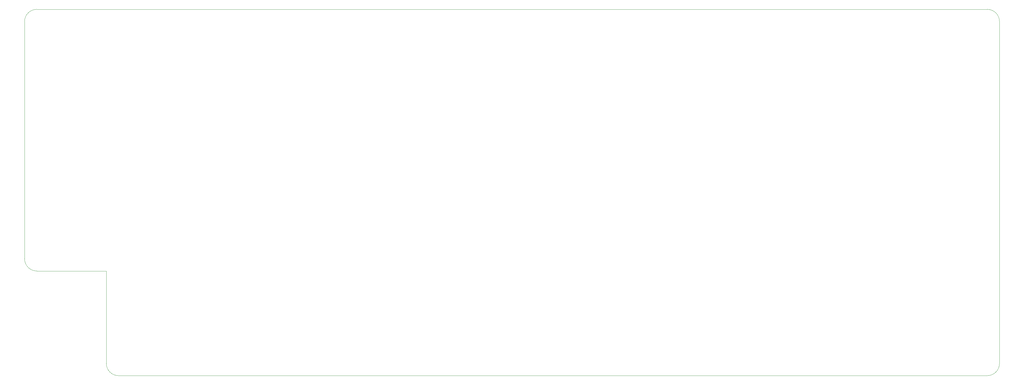
<source format=gbr>
G04 #@! TF.GenerationSoftware,KiCad,Pcbnew,(6.0.1)*
G04 #@! TF.CreationDate,2022-03-21T15:47:42+08:00*
G04 #@! TF.ProjectId,Teensy_Grovebox,5465656e-7379-45f4-9772-6f7665626f78,rev?*
G04 #@! TF.SameCoordinates,Original*
G04 #@! TF.FileFunction,Profile,NP*
%FSLAX46Y46*%
G04 Gerber Fmt 4.6, Leading zero omitted, Abs format (unit mm)*
G04 Created by KiCad (PCBNEW (6.0.1)) date 2022-03-21 15:47:42*
%MOMM*%
%LPD*%
G01*
G04 APERTURE LIST*
G04 #@! TA.AperFunction,Profile*
%ADD10C,0.100000*%
G04 #@! TD*
G04 APERTURE END LIST*
D10*
X66500000Y-217000000D02*
X66500000Y-247000000D01*
X40000000Y-213000000D02*
X40000000Y-136000000D01*
X356000000Y-136000000D02*
X356000000Y-247000000D01*
X66500000Y-247000000D02*
G75*
G03*
X70500000Y-251000000I4000000J0D01*
G01*
X44000000Y-132000000D02*
G75*
G03*
X40000000Y-136000000I0J-4000000D01*
G01*
X44000000Y-132000000D02*
X352000000Y-132000000D01*
X40000000Y-213000000D02*
G75*
G03*
X44000000Y-217000000I4000000J0D01*
G01*
X352000000Y-251000000D02*
X70500000Y-251000000D01*
X356000000Y-136000000D02*
G75*
G03*
X352000000Y-132000000I-4000000J0D01*
G01*
X44000000Y-217000000D02*
X66500000Y-217000000D01*
X352000000Y-251000000D02*
G75*
G03*
X356000000Y-247000000I0J4000000D01*
G01*
M02*

</source>
